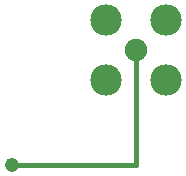
<source format=gbl>
G75*
%MOIN*%
%OFA0B0*%
%FSLAX25Y25*%
%IPPOS*%
%LPD*%
%AMOC8*
5,1,8,0,0,1.08239X$1,22.5*
%
%ADD10C,0.07500*%
%ADD11C,0.10500*%
%ADD12C,0.04756*%
%ADD13C,0.01600*%
D10*
X0180331Y0149386D03*
D11*
X0190370Y0159425D03*
X0170292Y0159425D03*
X0170292Y0139347D03*
X0190370Y0139347D03*
D12*
X0138795Y0111236D03*
D13*
X0180331Y0111236D01*
X0180331Y0149386D01*
M02*

</source>
